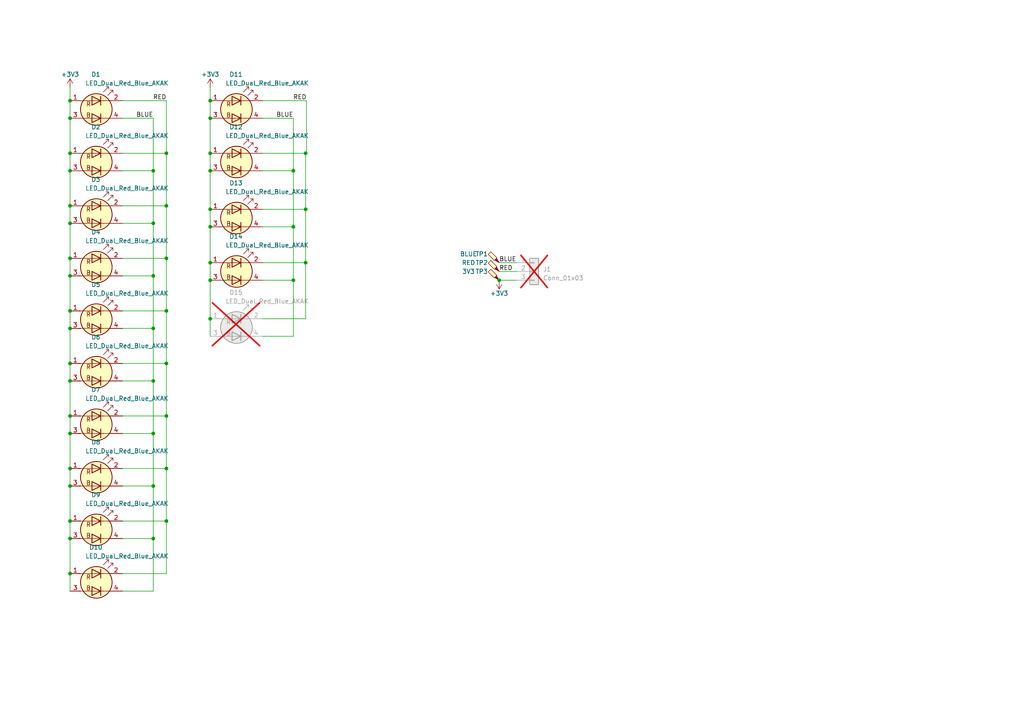
<source format=kicad_sch>
(kicad_sch (version 20231120) (generator "eeschema") (generator_version "8.0")
  (paper "A4")
  (title_block (title "EHDS-01-LED") (date "2022-11-16") (rev "V0.1"))
  (lib_symbols
    (symbol "Connector:TestPoint_Probe" (pin_numbers hide) (pin_names (offset 0.762) hide)
      (property "Reference" "TP" (at 1.651 5.842 0))
      (property "Value" "TestPoint_Probe" (at 1.651 4.064 0))
      (symbol "TestPoint_Probe_0_1"
        (polyline (pts (xy 1.27 0.762) (xy 0 0) (xy 0.762 1.27) (xy 1.27 0.762)) (fill (type outline)))
        (polyline (pts (xy 1.397 0.635) (xy 0.635 1.397) (xy 2.413 3.175) (xy 3.175 2.413) (xy 1.397 0.635)) (fill (type background)))
      )
      (symbol "TestPoint_Probe_1_1"
        (pin passive line (at 0 0 90) (length 0) (name "1") (number "1"))
      )
    )
    (symbol "Connector_Generic:Conn_01x03" (pin_names (offset 1.016) hide)
      (property "Reference" "J" (at 0 5.08 0))
      (property "Value" "Conn_01x03" (at 0 -5.08 0))
      (symbol "Conn_01x03_1_1"
        (rectangle (start -1.27 -2.413) (end 0 -2.667) (stroke (width 0.1524)))
        (rectangle (start -1.27 0.127) (end 0 -0.127) (stroke (width 0.1524)))
        (rectangle (start -1.27 2.667) (end 0 2.413) (stroke (width 0.1524)))
        (rectangle (start -1.27 3.81) (end 1.27 -3.81) (stroke (width 0.254)) (fill (type background)))
        (pin passive line (at -5.08 2.54 0) (length 3.81) (name "Pin_1") (number "1"))
        (pin passive line (at -5.08 0 0) (length 3.81) (name "Pin_2") (number "2"))
        (pin passive line (at -5.08 -2.54 0) (length 3.81) (name "Pin_3") (number "3"))
      )
    )
    (symbol "Ovo_Device:LED_Dual_Red_Blue_AKAK" (pin_names (offset 0) hide)
      (property "Reference" "D2" (at -11.43 -5.08 0))
      (property "Value" "LED_Dual_Red_Blue_AKAK" (at 0 -5.08 0))
      (symbol "LED_Dual_Red_Blue_AKAK_0_0"
        (text "B" (at -2.286 -1.651 0) (effects (font (size 1.27 1.27))))
        (text "R" (at -2.286 1.524 0) (effects (font (size 1.27 1.27))))
      )
      (symbol "LED_Dual_Red_Blue_AKAK_0_1"
        (polyline (pts (xy -5.08 -2.54) (xy 2.032 -2.54)))
        (polyline (pts (xy -5.08 2.54) (xy 2.032 2.54)))
        (polyline (pts (xy 1.27 -1.27) (xy 1.27 -3.81)) (stroke (width 0.254)))
        (polyline (pts (xy 1.27 3.81) (xy 1.27 1.27)) (stroke (width 0.254)))
        (polyline (pts (xy 3.81 -2.54) (xy 1.905 -2.54)))
        (polyline (pts (xy 3.81 2.54) (xy 1.905 2.54)))
        (polyline (pts (xy -1.27 -1.27) (xy -1.27 -3.81) (xy 1.27 -2.54) (xy -1.27 -1.27)) (stroke (width 0.254)))
        (polyline (pts (xy -1.27 3.81) (xy -1.27 1.27) (xy 1.27 2.54) (xy -1.27 3.81)) (stroke (width 0.254)))
        (polyline (pts (xy 2.032 5.08) (xy 3.556 6.604) (xy 2.794 6.604) (xy 3.556 6.604) (xy 3.556 5.842)))
        (polyline (pts (xy 3.302 4.064) (xy 4.826 5.588) (xy 4.064 5.588) (xy 4.826 5.588) (xy 4.826 4.826)))
        (circle (center 0 0) (radius 4.572) (stroke (width 0.254)) (fill (type background)))
      )
      (symbol "LED_Dual_Red_Blue_AKAK_1_1"
        (pin input line (at -7.62 2.54 0) (length 3.048) (name "A1") (number "1"))
        (pin input line (at 7.62 2.54 180) (length 3.81) (name "K1") (number "2"))
        (pin input line (at -7.62 -2.54 0) (length 3.048) (name "A2") (number "3"))
        (pin input line (at 7.62 -2.54 180) (length 3.81) (name "K2") (number "4"))
      )
    )
    (symbol "power:+3V3" (power) (pin_names (offset 0))
      (property "Value" "+3V3" (at 0 3.556 0))
      (symbol "+3V3_0_1"
        (polyline (pts (xy -0.762 1.27) (xy 0 2.54)))
        (polyline (pts (xy 0 0) (xy 0 2.54)))
        (polyline (pts (xy 0 2.54) (xy 0.762 1.27)))
      )
      (symbol "+3V3_1_1"
        (pin power_in line (at 0 0 90) (length 0) hide (name "+3V3") (number "1"))
      )
    )
  )
  (junction (at 144.78 81.28))
  (junction (at 20.32 74.93))
  (junction (at 20.32 59.69))
  (junction (at 20.32 110.49))
  (junction (at 44.45 95.25))
  (junction (at 20.32 64.77))
  (junction (at 88.646 44.45))
  (junction (at 20.32 90.17))
  (junction (at 85.09 49.53))
  (junction (at 20.32 95.25))
  (junction (at 60.96 49.53))
  (junction (at 60.96 76.2))
  (junction (at 60.96 92.456))
  (junction (at 20.32 80.01))
  (junction (at 20.32 125.73))
  (junction (at 20.32 34.29))
  (junction (at 20.32 49.53))
  (junction (at 20.32 120.65))
  (junction (at 20.32 151.13))
  (junction (at 48.26 151.13))
  (junction (at 20.32 29.21))
  (junction (at 44.45 125.73))
  (junction (at 44.45 110.49))
  (junction (at 20.32 135.89))
  (junction (at 85.09 65.786))
  (junction (at 20.32 156.21))
  (junction (at 44.45 49.53))
  (junction (at 48.26 59.69))
  (junction (at 48.26 90.17))
  (junction (at 60.96 44.45))
  (junction (at 48.26 44.45))
  (junction (at 60.96 65.786))
  (junction (at 60.96 34.29))
  (junction (at 20.32 105.41))
  (junction (at 85.09 81.28))
  (junction (at 48.26 105.41))
  (junction (at 20.32 166.37))
  (junction (at 88.646 76.2))
  (junction (at 44.45 140.97))
  (junction (at 60.96 81.28))
  (junction (at 44.45 156.21))
  (junction (at 60.96 60.706))
  (junction (at 44.45 80.01))
  (junction (at 48.26 120.65))
  (junction (at 60.96 29.21))
  (junction (at 48.26 135.89))
  (junction (at 20.32 140.97))
  (junction (at 44.45 64.77))
  (junction (at 20.32 44.45))
  (junction (at 88.646 60.706))
  (junction (at 48.26 74.93))
  (wire (pts (xy 60.96 92.456) (xy 60.96 97.536)))
  (wire (pts (xy 20.32 120.65) (xy 20.32 125.73)))
  (wire (pts (xy 35.56 135.89) (xy 48.26 135.89)))
  (wire (pts (xy 85.09 49.53) (xy 85.09 65.786)))
  (wire (pts (xy 35.56 125.73) (xy 44.45 125.73)))
  (wire (pts (xy 88.646 92.456) (xy 88.646 76.2)))
  (wire (pts (xy 35.56 156.21) (xy 44.45 156.21)))
  (wire (pts (xy 20.32 151.13) (xy 20.32 156.21)))
  (wire (pts (xy 20.32 25.4) (xy 20.32 29.21)))
  (wire (pts (xy 35.56 120.65) (xy 48.26 120.65)))
  (wire (pts (xy 35.56 64.77) (xy 44.45 64.77)))
  (wire (pts (xy 48.26 44.45) (xy 48.26 59.69)))
  (wire (pts (xy 44.45 171.45) (xy 44.45 156.21)))
  (wire (pts (xy 85.09 49.53) (xy 85.09 34.29)))
  (wire (pts (xy 88.646 44.45) (xy 88.9 44.45)))
  (wire (pts (xy 144.78 81.28) (xy 149.86 81.28)))
  (wire (pts (xy 20.32 44.45) (xy 20.32 49.53)))
  (wire (pts (xy 35.56 171.45) (xy 44.45 171.45)))
  (wire (pts (xy 44.45 80.01) (xy 44.45 64.77)))
  (wire (pts (xy 85.09 34.29) (xy 76.2 34.29)))
  (wire (pts (xy 20.32 140.97) (xy 20.32 151.13)))
  (wire (pts (xy 20.32 166.37) (xy 20.32 171.45)))
  (wire (pts (xy 60.96 81.28) (xy 60.96 92.456)))
  (wire (pts (xy 60.96 34.29) (xy 60.96 44.45)))
  (wire (pts (xy 44.45 156.21) (xy 44.45 140.97)))
  (wire (pts (xy 48.26 151.13) (xy 48.26 166.37)))
  (wire (pts (xy 20.32 64.77) (xy 20.32 74.93)))
  (wire (pts (xy 20.32 49.53) (xy 20.32 59.69)))
  (wire (pts (xy 60.96 49.53) (xy 60.96 60.706)))
  (wire (pts (xy 48.26 90.17) (xy 48.26 105.41)))
  (wire (pts (xy 35.56 59.69) (xy 48.26 59.69)))
  (wire (pts (xy 20.32 74.93) (xy 20.32 80.01)))
  (wire (pts (xy 44.45 110.49) (xy 44.45 95.25)))
  (wire (pts (xy 44.45 140.97) (xy 44.45 125.73)))
  (wire (pts (xy 85.09 81.28) (xy 76.2 81.28)))
  (wire (pts (xy 60.96 25.4) (xy 60.96 29.21)))
  (wire (pts (xy 44.45 49.53) (xy 44.45 34.29)))
  (wire (pts (xy 76.2 76.2) (xy 88.646 76.2)))
  (wire (pts (xy 35.56 151.13) (xy 48.26 151.13)))
  (wire (pts (xy 20.32 90.17) (xy 20.32 95.25)))
  (wire (pts (xy 20.32 156.21) (xy 20.32 166.37)))
  (wire (pts (xy 35.56 95.25) (xy 44.45 95.25)))
  (wire (pts (xy 85.09 65.786) (xy 76.2 65.786)))
  (wire (pts (xy 76.2 92.456) (xy 88.646 92.456)))
  (wire (pts (xy 144.78 78.74) (xy 149.86 78.74)))
  (wire (pts (xy 20.32 80.01) (xy 20.32 90.17)))
  (wire (pts (xy 44.45 125.73) (xy 44.45 110.49)))
  (wire (pts (xy 88.9 29.21) (xy 88.9 44.45)))
  (wire (pts (xy 48.26 74.93) (xy 48.26 90.17)))
  (wire (pts (xy 48.26 105.41) (xy 48.26 120.65)))
  (wire (pts (xy 35.56 29.21) (xy 48.26 29.21)))
  (wire (pts (xy 60.96 60.706) (xy 60.96 65.786)))
  (wire (pts (xy 88.646 44.45) (xy 88.646 60.706)))
  (wire (pts (xy 35.56 140.97) (xy 44.45 140.97)))
  (wire (pts (xy 60.96 29.21) (xy 60.96 34.29)))
  (wire (pts (xy 48.26 59.69) (xy 48.26 74.93)))
  (wire (pts (xy 76.2 49.53) (xy 85.09 49.53)))
  (wire (pts (xy 35.56 90.17) (xy 48.26 90.17)))
  (wire (pts (xy 85.09 81.28) (xy 85.09 97.536)))
  (wire (pts (xy 60.96 65.786) (xy 60.96 76.2)))
  (wire (pts (xy 20.32 29.21) (xy 20.32 34.29)))
  (wire (pts (xy 44.45 34.29) (xy 35.56 34.29)))
  (wire (pts (xy 20.32 105.41) (xy 20.32 110.49)))
  (wire (pts (xy 20.32 59.69) (xy 20.32 64.77)))
  (wire (pts (xy 35.56 49.53) (xy 44.45 49.53)))
  (wire (pts (xy 48.26 29.21) (xy 48.26 44.45)))
  (wire (pts (xy 144.78 76.2) (xy 149.86 76.2)))
  (wire (pts (xy 76.2 29.21) (xy 88.9 29.21)))
  (wire (pts (xy 20.32 110.49) (xy 20.32 120.65)))
  (wire (pts (xy 85.09 97.536) (xy 76.2 97.536)))
  (wire (pts (xy 76.2 60.706) (xy 88.646 60.706)))
  (wire (pts (xy 76.2 44.45) (xy 88.646 44.45)))
  (wire (pts (xy 60.96 44.45) (xy 60.96 49.53)))
  (wire (pts (xy 44.45 64.77) (xy 44.45 49.53)))
  (wire (pts (xy 44.45 95.25) (xy 44.45 80.01)))
  (wire (pts (xy 35.56 105.41) (xy 48.26 105.41)))
  (wire (pts (xy 35.56 80.01) (xy 44.45 80.01)))
  (wire (pts (xy 60.96 76.2) (xy 60.96 81.28)))
  (wire (pts (xy 35.56 44.45) (xy 48.26 44.45)))
  (wire (pts (xy 20.32 135.89) (xy 20.32 140.97)))
  (wire (pts (xy 35.56 110.49) (xy 44.45 110.49)))
  (wire (pts (xy 48.26 135.89) (xy 48.26 151.13)))
  (wire (pts (xy 20.32 34.29) (xy 20.32 44.45)))
  (wire (pts (xy 35.56 74.93) (xy 48.26 74.93)))
  (wire (pts (xy 48.26 120.65) (xy 48.26 135.89)))
  (wire (pts (xy 85.09 65.786) (xy 85.09 81.28)))
  (wire (pts (xy 48.26 166.37) (xy 35.56 166.37)))
  (wire (pts (xy 20.32 125.73) (xy 20.32 135.89)))
  (wire (pts (xy 20.32 95.25) (xy 20.32 105.41)))
  (wire (pts (xy 88.646 76.2) (xy 88.646 60.706)))
  (label "BLUE" (at 44.45 34.29 180))
  (label "BLUE" (at 144.78 76.2 0))
  (label "RED" (at 144.78 78.74 0))
  (label "RED" (at 88.9 29.21 180))
  (label "BLUE" (at 85.09 34.29 180))
  (label "RED" (at 48.26 29.21 180))
  (symbol (lib_id "power:+3V3") (at 20.32 25.4 0) (unit 1)
    (property "Reference" "#PWR011" (effects (hide yes)))
    (property "Value" "+3V3" (at 20.32 21.59 0))
  )
  (symbol (lib_id "Ovo_Device:LED_Dual_Red_Blue_AKAK") (at 27.94 107.95 0) (unit 1)
    (property "Reference" "D6" (at 27.813 97.79 0))
    (property "Value" "LED_Dual_Red_Blue_AKAK" (at 36.83 100.33 0))
    (property "Footprint" "Ovo_LED_SMD:LED_Dual_1.6x1.5mm" (effects (hide yes)))
  )
  (symbol (lib_id "Ovo_Device:LED_Dual_Red_Blue_AKAK") (at 68.58 94.996 0) (unit 1) (dnp yes)
    (property "Reference" "D15" (at 68.453 84.836 0))
    (property "Value" "LED_Dual_Red_Blue_AKAK" (at 77.47 87.376 0))
    (property "Footprint" "Ovo_LED_SMD:LED_Dual_1.6x1.5mm" (effects (hide yes)))
  )
  (symbol (lib_id "Connector:TestPoint_Probe") (at 144.78 76.2 90) (unit 1)
    (property "Reference" "TP1" (at 139.7 73.66 90))
    (property "Value" "BLUE" (at 135.89 73.66 90))
    (property "Footprint" "TestPoint:TestPoint_Pad_D1.0mm" (effects (hide yes)))
  )
  (symbol (lib_id "Ovo_Device:LED_Dual_Red_Blue_AKAK") (at 27.94 92.71 0) (unit 1)
    (property "Reference" "D5" (at 27.813 82.55 0))
    (property "Value" "LED_Dual_Red_Blue_AKAK" (at 36.83 85.09 0))
    (property "Footprint" "Ovo_LED_SMD:LED_Dual_1.6x1.5mm" (effects (hide yes)))
  )
  (symbol (lib_id "Ovo_Device:LED_Dual_Red_Blue_AKAK") (at 27.94 77.47 0) (unit 1)
    (property "Reference" "D4" (at 27.813 67.31 0))
    (property "Value" "LED_Dual_Red_Blue_AKAK" (at 36.83 69.85 0))
    (property "Footprint" "Ovo_LED_SMD:LED_Dual_1.6x1.5mm" (effects (hide yes)))
  )
  (symbol (lib_id "Ovo_Device:LED_Dual_Red_Blue_AKAK") (at 68.58 31.75 0) (unit 1)
    (property "Reference" "D11" (at 68.453 21.59 0))
    (property "Value" "LED_Dual_Red_Blue_AKAK" (at 77.47 24.13 0))
    (property "Footprint" "Ovo_LED_SMD:LED_Dual_1.6x1.5mm" (effects (hide yes)))
  )
  (symbol (lib_id "Ovo_Device:LED_Dual_Red_Blue_AKAK") (at 68.58 78.74 0) (unit 1)
    (property "Reference" "D14" (at 68.453 68.58 0))
    (property "Value" "LED_Dual_Red_Blue_AKAK" (at 77.47 71.12 0))
    (property "Footprint" "Ovo_LED_SMD:LED_Dual_1.6x1.5mm" (effects (hide yes)))
  )
  (symbol (lib_id "Ovo_Device:LED_Dual_Red_Blue_AKAK") (at 27.94 31.75 0) (unit 1)
    (property "Reference" "D1" (at 27.813 21.59 0))
    (property "Value" "LED_Dual_Red_Blue_AKAK" (at 36.83 24.13 0))
    (property "Footprint" "Ovo_LED_SMD:LED_Dual_1.6x1.5mm" (effects (hide yes)))
  )
  (symbol (lib_id "Ovo_Device:LED_Dual_Red_Blue_AKAK") (at 27.94 46.99 0) (unit 1)
    (property "Reference" "D2" (at 27.813 36.83 0))
    (property "Value" "LED_Dual_Red_Blue_AKAK" (at 36.83 39.37 0))
    (property "Footprint" "Ovo_LED_SMD:LED_Dual_1.6x1.5mm" (effects (hide yes)))
  )
  (symbol (lib_id "Ovo_Device:LED_Dual_Red_Blue_AKAK") (at 27.94 123.19 0) (unit 1)
    (property "Reference" "D7" (at 27.813 113.03 0))
    (property "Value" "LED_Dual_Red_Blue_AKAK" (at 36.83 115.57 0))
    (property "Footprint" "Ovo_LED_SMD:LED_Dual_1.6x1.5mm" (effects (hide yes)))
  )
  (symbol (lib_id "Connector:TestPoint_Probe") (at 144.78 81.28 90) (unit 1)
    (property "Reference" "TP3" (at 139.7 78.74 90))
    (property "Value" "3V3" (at 135.89 78.74 90))
    (property "Footprint" "TestPoint:TestPoint_Pad_D1.0mm" (effects (hide yes)))
  )
  (symbol (lib_id "Ovo_Device:LED_Dual_Red_Blue_AKAK") (at 68.58 46.99 0) (unit 1)
    (property "Reference" "D12" (at 68.453 36.83 0))
    (property "Value" "LED_Dual_Red_Blue_AKAK" (at 77.47 39.37 0))
    (property "Footprint" "Ovo_LED_SMD:LED_Dual_1.6x1.5mm" (effects (hide yes)))
  )
  (symbol (lib_id "power:+3V3") (at 144.78 81.28 180) (unit 1)
    (property "Reference" "#PWR02" (effects (hide yes)))
    (property "Value" "+3V3" (at 144.78 85.09 0))
  )
  (symbol (lib_id "Connector_Generic:Conn_01x03") (at 154.94 78.74 0) (unit 1) (in_bom no) (dnp yes)
    (property "Reference" "J1" (at 157.48 78.105 0) (effects (justify left)))
    (property "Value" "Conn_01x03" (at 157.48 80.645 0) (effects (justify left)))
    (property "Footprint" "Ovo_Pad:Pad_THTPad_3x1.3mmx3" (effects (hide yes)))
    (property "Description" "Generic connector, single row, 01x03, script generated (kicad-library-utils/schlib/autogen/connector/)" (effects (hide yes)))
  )
  (symbol (lib_id "Ovo_Device:LED_Dual_Red_Blue_AKAK") (at 27.94 168.91 0) (unit 1)
    (property "Reference" "D10" (at 27.813 158.75 0))
    (property "Value" "LED_Dual_Red_Blue_AKAK" (at 36.83 161.29 0))
    (property "Footprint" "Ovo_LED_SMD:LED_Dual_1.6x1.5mm" (effects (hide yes)))
  )
  (symbol (lib_id "Connector:TestPoint_Probe") (at 144.78 78.74 90) (unit 1)
    (property "Reference" "TP2" (at 139.7 76.2 90))
    (property "Value" "RED" (at 135.89 76.2 90))
    (property "Footprint" "TestPoint:TestPoint_Pad_D1.0mm" (effects (hide yes)))
  )
  (symbol (lib_id "Ovo_Device:LED_Dual_Red_Blue_AKAK") (at 27.94 153.67 0) (unit 1)
    (property "Reference" "D9" (at 27.813 143.51 0))
    (property "Value" "LED_Dual_Red_Blue_AKAK" (at 36.83 146.05 0))
    (property "Footprint" "Ovo_LED_SMD:LED_Dual_1.6x1.5mm" (effects (hide yes)))
  )
  (symbol (lib_id "Ovo_Device:LED_Dual_Red_Blue_AKAK") (at 27.94 62.23 0) (unit 1)
    (property "Reference" "D3" (at 27.813 52.07 0))
    (property "Value" "LED_Dual_Red_Blue_AKAK" (at 36.83 54.61 0))
    (property "Footprint" "Ovo_LED_SMD:LED_Dual_1.6x1.5mm" (effects (hide yes)))
  )
  (symbol (lib_id "Ovo_Device:LED_Dual_Red_Blue_AKAK") (at 68.58 63.246 0) (unit 1)
    (property "Reference" "D13" (at 68.453 53.086 0))
    (property "Value" "LED_Dual_Red_Blue_AKAK" (at 77.47 55.626 0))
    (property "Footprint" "Ovo_LED_SMD:LED_Dual_1.6x1.5mm" (effects (hide yes)))
  )
  (symbol (lib_id "power:+3V3") (at 60.96 25.4 0) (unit 1)
    (property "Reference" "#PWR01" (effects (hide yes)))
    (property "Value" "+3V3" (at 60.96 21.59 0))
  )
  (symbol (lib_id "Ovo_Device:LED_Dual_Red_Blue_AKAK") (at 27.94 138.43 0) (unit 1)
    (property "Reference" "D8" (at 27.813 128.27 0))
    (property "Value" "LED_Dual_Red_Blue_AKAK" (at 36.83 130.81 0))
    (property "Footprint" "Ovo_LED_SMD:LED_Dual_1.6x1.5mm" (effects (hide yes)))
  )
)
</source>
